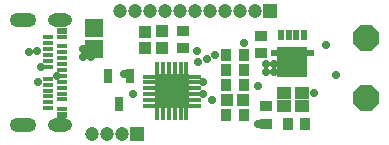
<source format=gts>
G04*
G04 #@! TF.GenerationSoftware,Altium Limited,Altium Designer,18.1.7 (191)*
G04*
G04 Layer_Color=8388736*
%FSLAX25Y25*%
%MOIN*%
G70*
G01*
G75*
%ADD15R,0.04343X0.03950*%
%ADD16O,0.01587X0.04147*%
%ADD17R,0.03753X0.01981*%
%ADD18R,0.03753X0.01784*%
%ADD19R,0.04343X0.03556*%
%ADD20R,0.03556X0.04343*%
%ADD21R,0.02887X0.02375*%
%ADD22R,0.10446X0.10249*%
%ADD23R,0.02375X0.03753*%
%ADD24R,0.03162X0.04737*%
%ADD25R,0.06312X0.06312*%
%ADD26R,0.03950X0.04343*%
%ADD27O,0.04147X0.01587*%
%ADD28R,0.11351X0.11351*%
%ADD29R,0.04737X0.03950*%
%ADD30P,0.09389X8X292.5*%
%ADD31O,0.08871X0.04835*%
%ADD32O,0.08083X0.04442*%
%ADD33R,0.04737X0.04737*%
%ADD34C,0.04737*%
%ADD35C,0.02769*%
D15*
X80905Y43110D02*
D03*
Y48622D02*
D03*
X75295Y48425D02*
D03*
Y42913D02*
D03*
D16*
X79134Y20866D02*
D03*
X81102D02*
D03*
X83071D02*
D03*
X85039D02*
D03*
X87008D02*
D03*
X88976D02*
D03*
Y36220D02*
D03*
X87008D02*
D03*
X85039D02*
D03*
X83071D02*
D03*
X81102D02*
D03*
X79134D02*
D03*
D17*
X47650Y48677D02*
D03*
Y20724D02*
D03*
D18*
Y46709D02*
D03*
Y43559D02*
D03*
Y41591D02*
D03*
Y39622D02*
D03*
Y37654D02*
D03*
Y35685D02*
D03*
Y33716D02*
D03*
Y31748D02*
D03*
Y29779D02*
D03*
Y27811D02*
D03*
Y25842D02*
D03*
Y22693D02*
D03*
X42728Y22890D02*
D03*
Y24858D02*
D03*
Y26827D02*
D03*
Y28795D02*
D03*
Y30764D02*
D03*
Y32732D02*
D03*
Y36669D02*
D03*
Y38638D02*
D03*
Y40606D02*
D03*
Y42575D02*
D03*
Y44543D02*
D03*
Y46512D02*
D03*
D19*
X87697Y42913D02*
D03*
Y48819D02*
D03*
X113976Y41240D02*
D03*
Y47146D02*
D03*
X115453Y17717D02*
D03*
Y23622D02*
D03*
D20*
X108169Y40650D02*
D03*
X102264D02*
D03*
X108169Y30779D02*
D03*
X102264D02*
D03*
X108165Y20685D02*
D03*
X102260D02*
D03*
X108169Y35799D02*
D03*
X102264D02*
D03*
X128642Y17717D02*
D03*
X122736D02*
D03*
D21*
X130118Y41197D02*
D03*
X118504D02*
D03*
D22*
X124311Y38244D02*
D03*
D23*
X120472Y47201D02*
D03*
X123031D02*
D03*
X125591D02*
D03*
X128150D02*
D03*
D24*
X66535Y24213D02*
D03*
X62795Y33661D02*
D03*
X70276D02*
D03*
D25*
X58181Y49598D02*
D03*
Y42512D02*
D03*
D26*
X102461Y25760D02*
D03*
X107973D02*
D03*
D27*
X76378Y33465D02*
D03*
Y31496D02*
D03*
Y29528D02*
D03*
Y27559D02*
D03*
Y25591D02*
D03*
Y23622D02*
D03*
X91732D02*
D03*
Y25591D02*
D03*
Y27559D02*
D03*
Y29528D02*
D03*
Y31496D02*
D03*
Y33465D02*
D03*
D28*
X84055Y28543D02*
D03*
D29*
X121457Y28051D02*
D03*
Y23720D02*
D03*
X127362Y28051D02*
D03*
Y23720D02*
D03*
D30*
X148917Y26476D02*
D03*
Y46161D02*
D03*
D31*
X34362Y52220D02*
D03*
Y17181D02*
D03*
D32*
X46961Y52220D02*
D03*
Y17181D02*
D03*
D33*
X116732Y55413D02*
D03*
X72520Y14173D02*
D03*
D34*
X111732Y55413D02*
D03*
X106732D02*
D03*
X101732D02*
D03*
X96732D02*
D03*
X91732D02*
D03*
X86732D02*
D03*
X81732D02*
D03*
X76732D02*
D03*
X71732D02*
D03*
X66732D02*
D03*
X67520Y14173D02*
D03*
X62520D02*
D03*
X57520D02*
D03*
D35*
X57123Y39951D02*
D03*
Y42512D02*
D03*
X36614Y41732D02*
D03*
X39016Y41929D02*
D03*
X40398Y36669D02*
D03*
X45921Y33716D02*
D03*
X39370Y31496D02*
D03*
X54425Y40106D02*
D03*
Y42569D02*
D03*
X120866Y37626D02*
D03*
Y34941D02*
D03*
X124311Y34990D02*
D03*
X124409Y37555D02*
D03*
X127488D02*
D03*
Y34941D02*
D03*
X115453D02*
D03*
Y37626D02*
D03*
X118110Y34941D02*
D03*
Y37654D02*
D03*
X112697Y30315D02*
D03*
X135630Y43898D02*
D03*
X92520Y41929D02*
D03*
X131398Y28051D02*
D03*
X138779Y33858D02*
D03*
X112697Y17717D02*
D03*
X71260Y27559D02*
D03*
X68307Y34350D02*
D03*
X108169Y44587D02*
D03*
X92815Y38465D02*
D03*
X95965Y39469D02*
D03*
X98528Y40652D02*
D03*
X97342Y25591D02*
D03*
X94488Y27559D02*
D03*
X94587Y31496D02*
D03*
X81890Y30709D02*
D03*
X86221D02*
D03*
X81890Y26378D02*
D03*
X86221D02*
D03*
M02*

</source>
